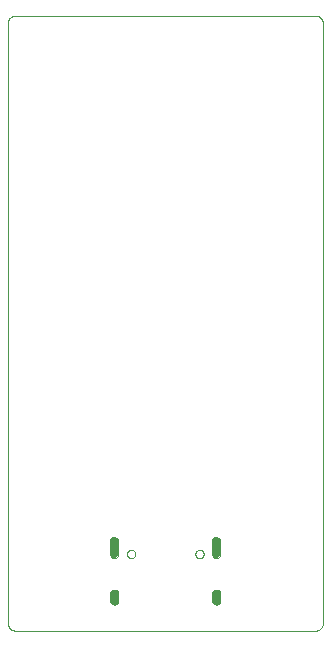
<source format=gko>
G75*
%MOIN*%
%OFA0B0*%
%FSLAX25Y25*%
%IPPOS*%
%LPD*%
%AMOC8*
5,1,8,0,0,1.08239X$1,22.5*
%
%ADD10C,0.00000*%
%ADD11C,0.02559*%
D10*
X0001800Y0005050D02*
X0001800Y0205050D01*
X0001802Y0205148D01*
X0001808Y0205246D01*
X0001817Y0205344D01*
X0001831Y0205441D01*
X0001848Y0205538D01*
X0001869Y0205634D01*
X0001894Y0205729D01*
X0001922Y0205823D01*
X0001955Y0205915D01*
X0001990Y0206007D01*
X0002030Y0206097D01*
X0002072Y0206185D01*
X0002119Y0206272D01*
X0002168Y0206356D01*
X0002221Y0206439D01*
X0002277Y0206519D01*
X0002337Y0206598D01*
X0002399Y0206674D01*
X0002464Y0206747D01*
X0002532Y0206818D01*
X0002603Y0206886D01*
X0002676Y0206951D01*
X0002752Y0207013D01*
X0002831Y0207073D01*
X0002911Y0207129D01*
X0002994Y0207182D01*
X0003078Y0207231D01*
X0003165Y0207278D01*
X0003253Y0207320D01*
X0003343Y0207360D01*
X0003435Y0207395D01*
X0003527Y0207428D01*
X0003621Y0207456D01*
X0003716Y0207481D01*
X0003812Y0207502D01*
X0003909Y0207519D01*
X0004006Y0207533D01*
X0004104Y0207542D01*
X0004202Y0207548D01*
X0004300Y0207550D01*
X0104300Y0207550D01*
X0104398Y0207548D01*
X0104496Y0207542D01*
X0104594Y0207533D01*
X0104691Y0207519D01*
X0104788Y0207502D01*
X0104884Y0207481D01*
X0104979Y0207456D01*
X0105073Y0207428D01*
X0105165Y0207395D01*
X0105257Y0207360D01*
X0105347Y0207320D01*
X0105435Y0207278D01*
X0105522Y0207231D01*
X0105606Y0207182D01*
X0105689Y0207129D01*
X0105769Y0207073D01*
X0105848Y0207013D01*
X0105924Y0206951D01*
X0105997Y0206886D01*
X0106068Y0206818D01*
X0106136Y0206747D01*
X0106201Y0206674D01*
X0106263Y0206598D01*
X0106323Y0206519D01*
X0106379Y0206439D01*
X0106432Y0206356D01*
X0106481Y0206272D01*
X0106528Y0206185D01*
X0106570Y0206097D01*
X0106610Y0206007D01*
X0106645Y0205915D01*
X0106678Y0205823D01*
X0106706Y0205729D01*
X0106731Y0205634D01*
X0106752Y0205538D01*
X0106769Y0205441D01*
X0106783Y0205344D01*
X0106792Y0205246D01*
X0106798Y0205148D01*
X0106800Y0205050D01*
X0106800Y0005050D01*
X0106798Y0004952D01*
X0106792Y0004854D01*
X0106783Y0004756D01*
X0106769Y0004659D01*
X0106752Y0004562D01*
X0106731Y0004466D01*
X0106706Y0004371D01*
X0106678Y0004277D01*
X0106645Y0004185D01*
X0106610Y0004093D01*
X0106570Y0004003D01*
X0106528Y0003915D01*
X0106481Y0003828D01*
X0106432Y0003744D01*
X0106379Y0003661D01*
X0106323Y0003581D01*
X0106263Y0003502D01*
X0106201Y0003426D01*
X0106136Y0003353D01*
X0106068Y0003282D01*
X0105997Y0003214D01*
X0105924Y0003149D01*
X0105848Y0003087D01*
X0105769Y0003027D01*
X0105689Y0002971D01*
X0105606Y0002918D01*
X0105522Y0002869D01*
X0105435Y0002822D01*
X0105347Y0002780D01*
X0105257Y0002740D01*
X0105165Y0002705D01*
X0105073Y0002672D01*
X0104979Y0002644D01*
X0104884Y0002619D01*
X0104788Y0002598D01*
X0104691Y0002581D01*
X0104594Y0002567D01*
X0104496Y0002558D01*
X0104398Y0002552D01*
X0104300Y0002550D01*
X0004300Y0002550D01*
X0004202Y0002552D01*
X0004104Y0002558D01*
X0004006Y0002567D01*
X0003909Y0002581D01*
X0003812Y0002598D01*
X0003716Y0002619D01*
X0003621Y0002644D01*
X0003527Y0002672D01*
X0003435Y0002705D01*
X0003343Y0002740D01*
X0003253Y0002780D01*
X0003165Y0002822D01*
X0003078Y0002869D01*
X0002994Y0002918D01*
X0002911Y0002971D01*
X0002831Y0003027D01*
X0002752Y0003087D01*
X0002676Y0003149D01*
X0002603Y0003214D01*
X0002532Y0003282D01*
X0002464Y0003353D01*
X0002399Y0003426D01*
X0002337Y0003502D01*
X0002277Y0003581D01*
X0002221Y0003661D01*
X0002168Y0003744D01*
X0002119Y0003828D01*
X0002072Y0003915D01*
X0002030Y0004003D01*
X0001990Y0004093D01*
X0001955Y0004185D01*
X0001922Y0004277D01*
X0001894Y0004371D01*
X0001869Y0004466D01*
X0001848Y0004562D01*
X0001831Y0004659D01*
X0001817Y0004756D01*
X0001808Y0004854D01*
X0001802Y0004952D01*
X0001800Y0005050D01*
X0036013Y0012530D02*
X0036013Y0014893D01*
X0036012Y0014893D02*
X0036014Y0014962D01*
X0036020Y0015031D01*
X0036029Y0015100D01*
X0036042Y0015168D01*
X0036059Y0015235D01*
X0036079Y0015302D01*
X0036103Y0015367D01*
X0036130Y0015430D01*
X0036161Y0015493D01*
X0036195Y0015553D01*
X0036233Y0015611D01*
X0036273Y0015668D01*
X0036316Y0015722D01*
X0036363Y0015773D01*
X0036412Y0015822D01*
X0036463Y0015869D01*
X0036517Y0015912D01*
X0036574Y0015952D01*
X0036632Y0015990D01*
X0036692Y0016024D01*
X0036755Y0016055D01*
X0036818Y0016082D01*
X0036883Y0016106D01*
X0036950Y0016126D01*
X0037017Y0016143D01*
X0037085Y0016156D01*
X0037154Y0016165D01*
X0037223Y0016171D01*
X0037292Y0016173D01*
X0037361Y0016171D01*
X0037430Y0016165D01*
X0037499Y0016156D01*
X0037567Y0016143D01*
X0037634Y0016126D01*
X0037701Y0016106D01*
X0037766Y0016082D01*
X0037829Y0016055D01*
X0037892Y0016024D01*
X0037952Y0015990D01*
X0038010Y0015952D01*
X0038067Y0015912D01*
X0038121Y0015869D01*
X0038172Y0015822D01*
X0038221Y0015773D01*
X0038268Y0015722D01*
X0038311Y0015668D01*
X0038351Y0015611D01*
X0038389Y0015553D01*
X0038423Y0015493D01*
X0038454Y0015430D01*
X0038481Y0015367D01*
X0038505Y0015302D01*
X0038525Y0015235D01*
X0038542Y0015168D01*
X0038555Y0015100D01*
X0038564Y0015031D01*
X0038570Y0014962D01*
X0038572Y0014893D01*
X0038572Y0012530D01*
X0038570Y0012461D01*
X0038564Y0012392D01*
X0038555Y0012323D01*
X0038542Y0012255D01*
X0038525Y0012188D01*
X0038505Y0012121D01*
X0038481Y0012056D01*
X0038454Y0011993D01*
X0038423Y0011930D01*
X0038389Y0011870D01*
X0038351Y0011812D01*
X0038311Y0011755D01*
X0038268Y0011701D01*
X0038221Y0011650D01*
X0038172Y0011601D01*
X0038121Y0011554D01*
X0038067Y0011511D01*
X0038010Y0011471D01*
X0037952Y0011433D01*
X0037892Y0011399D01*
X0037829Y0011368D01*
X0037766Y0011341D01*
X0037701Y0011317D01*
X0037634Y0011297D01*
X0037567Y0011280D01*
X0037499Y0011267D01*
X0037430Y0011258D01*
X0037361Y0011252D01*
X0037292Y0011250D01*
X0037223Y0011252D01*
X0037154Y0011258D01*
X0037085Y0011267D01*
X0037017Y0011280D01*
X0036950Y0011297D01*
X0036883Y0011317D01*
X0036818Y0011341D01*
X0036755Y0011368D01*
X0036692Y0011399D01*
X0036632Y0011433D01*
X0036574Y0011471D01*
X0036517Y0011511D01*
X0036463Y0011554D01*
X0036412Y0011601D01*
X0036363Y0011650D01*
X0036316Y0011701D01*
X0036273Y0011755D01*
X0036233Y0011812D01*
X0036195Y0011870D01*
X0036161Y0011930D01*
X0036130Y0011993D01*
X0036103Y0012056D01*
X0036079Y0012121D01*
X0036059Y0012188D01*
X0036042Y0012255D01*
X0036029Y0012323D01*
X0036020Y0012392D01*
X0036014Y0012461D01*
X0036012Y0012530D01*
X0036013Y0028003D02*
X0036013Y0032333D01*
X0036012Y0032333D02*
X0036014Y0032402D01*
X0036020Y0032471D01*
X0036029Y0032540D01*
X0036042Y0032608D01*
X0036059Y0032675D01*
X0036079Y0032742D01*
X0036103Y0032807D01*
X0036130Y0032870D01*
X0036161Y0032933D01*
X0036195Y0032993D01*
X0036233Y0033051D01*
X0036273Y0033108D01*
X0036316Y0033162D01*
X0036363Y0033213D01*
X0036412Y0033262D01*
X0036463Y0033309D01*
X0036517Y0033352D01*
X0036574Y0033392D01*
X0036632Y0033430D01*
X0036692Y0033464D01*
X0036755Y0033495D01*
X0036818Y0033522D01*
X0036883Y0033546D01*
X0036950Y0033566D01*
X0037017Y0033583D01*
X0037085Y0033596D01*
X0037154Y0033605D01*
X0037223Y0033611D01*
X0037292Y0033613D01*
X0037361Y0033611D01*
X0037430Y0033605D01*
X0037499Y0033596D01*
X0037567Y0033583D01*
X0037634Y0033566D01*
X0037701Y0033546D01*
X0037766Y0033522D01*
X0037829Y0033495D01*
X0037892Y0033464D01*
X0037952Y0033430D01*
X0038010Y0033392D01*
X0038067Y0033352D01*
X0038121Y0033309D01*
X0038172Y0033262D01*
X0038221Y0033213D01*
X0038268Y0033162D01*
X0038311Y0033108D01*
X0038351Y0033051D01*
X0038389Y0032993D01*
X0038423Y0032933D01*
X0038454Y0032870D01*
X0038481Y0032807D01*
X0038505Y0032742D01*
X0038525Y0032675D01*
X0038542Y0032608D01*
X0038555Y0032540D01*
X0038564Y0032471D01*
X0038570Y0032402D01*
X0038572Y0032333D01*
X0038572Y0028003D01*
X0038570Y0027934D01*
X0038564Y0027865D01*
X0038555Y0027796D01*
X0038542Y0027728D01*
X0038525Y0027661D01*
X0038505Y0027594D01*
X0038481Y0027529D01*
X0038454Y0027466D01*
X0038423Y0027403D01*
X0038389Y0027343D01*
X0038351Y0027285D01*
X0038311Y0027228D01*
X0038268Y0027174D01*
X0038221Y0027123D01*
X0038172Y0027074D01*
X0038121Y0027027D01*
X0038067Y0026984D01*
X0038010Y0026944D01*
X0037952Y0026906D01*
X0037892Y0026872D01*
X0037829Y0026841D01*
X0037766Y0026814D01*
X0037701Y0026790D01*
X0037634Y0026770D01*
X0037567Y0026753D01*
X0037499Y0026740D01*
X0037430Y0026731D01*
X0037361Y0026725D01*
X0037292Y0026723D01*
X0037223Y0026725D01*
X0037154Y0026731D01*
X0037085Y0026740D01*
X0037017Y0026753D01*
X0036950Y0026770D01*
X0036883Y0026790D01*
X0036818Y0026814D01*
X0036755Y0026841D01*
X0036692Y0026872D01*
X0036632Y0026906D01*
X0036574Y0026944D01*
X0036517Y0026984D01*
X0036463Y0027027D01*
X0036412Y0027074D01*
X0036363Y0027123D01*
X0036316Y0027174D01*
X0036273Y0027228D01*
X0036233Y0027285D01*
X0036195Y0027343D01*
X0036161Y0027403D01*
X0036130Y0027466D01*
X0036103Y0027529D01*
X0036079Y0027594D01*
X0036059Y0027661D01*
X0036042Y0027728D01*
X0036029Y0027796D01*
X0036020Y0027865D01*
X0036014Y0027934D01*
X0036012Y0028003D01*
X0041544Y0028081D02*
X0041546Y0028155D01*
X0041552Y0028229D01*
X0041562Y0028302D01*
X0041576Y0028375D01*
X0041593Y0028447D01*
X0041615Y0028517D01*
X0041640Y0028587D01*
X0041669Y0028655D01*
X0041702Y0028721D01*
X0041738Y0028786D01*
X0041778Y0028848D01*
X0041820Y0028909D01*
X0041866Y0028967D01*
X0041915Y0029022D01*
X0041967Y0029075D01*
X0042022Y0029125D01*
X0042079Y0029171D01*
X0042139Y0029215D01*
X0042201Y0029255D01*
X0042265Y0029292D01*
X0042331Y0029326D01*
X0042399Y0029356D01*
X0042468Y0029382D01*
X0042539Y0029405D01*
X0042610Y0029423D01*
X0042683Y0029438D01*
X0042756Y0029449D01*
X0042830Y0029456D01*
X0042904Y0029459D01*
X0042977Y0029458D01*
X0043051Y0029453D01*
X0043125Y0029444D01*
X0043198Y0029431D01*
X0043270Y0029414D01*
X0043341Y0029394D01*
X0043411Y0029369D01*
X0043479Y0029341D01*
X0043546Y0029310D01*
X0043611Y0029274D01*
X0043674Y0029236D01*
X0043735Y0029194D01*
X0043794Y0029148D01*
X0043850Y0029100D01*
X0043903Y0029049D01*
X0043953Y0028995D01*
X0044001Y0028938D01*
X0044045Y0028879D01*
X0044087Y0028817D01*
X0044125Y0028754D01*
X0044159Y0028688D01*
X0044190Y0028621D01*
X0044217Y0028552D01*
X0044240Y0028482D01*
X0044260Y0028411D01*
X0044276Y0028338D01*
X0044288Y0028265D01*
X0044296Y0028192D01*
X0044300Y0028118D01*
X0044300Y0028044D01*
X0044296Y0027970D01*
X0044288Y0027897D01*
X0044276Y0027824D01*
X0044260Y0027751D01*
X0044240Y0027680D01*
X0044217Y0027610D01*
X0044190Y0027541D01*
X0044159Y0027474D01*
X0044125Y0027408D01*
X0044087Y0027345D01*
X0044045Y0027283D01*
X0044001Y0027224D01*
X0043953Y0027167D01*
X0043903Y0027113D01*
X0043850Y0027062D01*
X0043794Y0027014D01*
X0043735Y0026968D01*
X0043674Y0026926D01*
X0043611Y0026888D01*
X0043546Y0026852D01*
X0043479Y0026821D01*
X0043411Y0026793D01*
X0043341Y0026768D01*
X0043270Y0026748D01*
X0043198Y0026731D01*
X0043125Y0026718D01*
X0043051Y0026709D01*
X0042977Y0026704D01*
X0042904Y0026703D01*
X0042830Y0026706D01*
X0042756Y0026713D01*
X0042683Y0026724D01*
X0042610Y0026739D01*
X0042539Y0026757D01*
X0042468Y0026780D01*
X0042399Y0026806D01*
X0042331Y0026836D01*
X0042265Y0026870D01*
X0042201Y0026907D01*
X0042139Y0026947D01*
X0042079Y0026991D01*
X0042022Y0027037D01*
X0041967Y0027087D01*
X0041915Y0027140D01*
X0041866Y0027195D01*
X0041820Y0027253D01*
X0041778Y0027314D01*
X0041738Y0027376D01*
X0041702Y0027441D01*
X0041669Y0027507D01*
X0041640Y0027575D01*
X0041615Y0027645D01*
X0041593Y0027715D01*
X0041576Y0027787D01*
X0041562Y0027860D01*
X0041552Y0027933D01*
X0041546Y0028007D01*
X0041544Y0028081D01*
X0064300Y0028081D02*
X0064302Y0028155D01*
X0064308Y0028229D01*
X0064318Y0028302D01*
X0064332Y0028375D01*
X0064349Y0028447D01*
X0064371Y0028517D01*
X0064396Y0028587D01*
X0064425Y0028655D01*
X0064458Y0028721D01*
X0064494Y0028786D01*
X0064534Y0028848D01*
X0064576Y0028909D01*
X0064622Y0028967D01*
X0064671Y0029022D01*
X0064723Y0029075D01*
X0064778Y0029125D01*
X0064835Y0029171D01*
X0064895Y0029215D01*
X0064957Y0029255D01*
X0065021Y0029292D01*
X0065087Y0029326D01*
X0065155Y0029356D01*
X0065224Y0029382D01*
X0065295Y0029405D01*
X0065366Y0029423D01*
X0065439Y0029438D01*
X0065512Y0029449D01*
X0065586Y0029456D01*
X0065660Y0029459D01*
X0065733Y0029458D01*
X0065807Y0029453D01*
X0065881Y0029444D01*
X0065954Y0029431D01*
X0066026Y0029414D01*
X0066097Y0029394D01*
X0066167Y0029369D01*
X0066235Y0029341D01*
X0066302Y0029310D01*
X0066367Y0029274D01*
X0066430Y0029236D01*
X0066491Y0029194D01*
X0066550Y0029148D01*
X0066606Y0029100D01*
X0066659Y0029049D01*
X0066709Y0028995D01*
X0066757Y0028938D01*
X0066801Y0028879D01*
X0066843Y0028817D01*
X0066881Y0028754D01*
X0066915Y0028688D01*
X0066946Y0028621D01*
X0066973Y0028552D01*
X0066996Y0028482D01*
X0067016Y0028411D01*
X0067032Y0028338D01*
X0067044Y0028265D01*
X0067052Y0028192D01*
X0067056Y0028118D01*
X0067056Y0028044D01*
X0067052Y0027970D01*
X0067044Y0027897D01*
X0067032Y0027824D01*
X0067016Y0027751D01*
X0066996Y0027680D01*
X0066973Y0027610D01*
X0066946Y0027541D01*
X0066915Y0027474D01*
X0066881Y0027408D01*
X0066843Y0027345D01*
X0066801Y0027283D01*
X0066757Y0027224D01*
X0066709Y0027167D01*
X0066659Y0027113D01*
X0066606Y0027062D01*
X0066550Y0027014D01*
X0066491Y0026968D01*
X0066430Y0026926D01*
X0066367Y0026888D01*
X0066302Y0026852D01*
X0066235Y0026821D01*
X0066167Y0026793D01*
X0066097Y0026768D01*
X0066026Y0026748D01*
X0065954Y0026731D01*
X0065881Y0026718D01*
X0065807Y0026709D01*
X0065733Y0026704D01*
X0065660Y0026703D01*
X0065586Y0026706D01*
X0065512Y0026713D01*
X0065439Y0026724D01*
X0065366Y0026739D01*
X0065295Y0026757D01*
X0065224Y0026780D01*
X0065155Y0026806D01*
X0065087Y0026836D01*
X0065021Y0026870D01*
X0064957Y0026907D01*
X0064895Y0026947D01*
X0064835Y0026991D01*
X0064778Y0027037D01*
X0064723Y0027087D01*
X0064671Y0027140D01*
X0064622Y0027195D01*
X0064576Y0027253D01*
X0064534Y0027314D01*
X0064494Y0027376D01*
X0064458Y0027441D01*
X0064425Y0027507D01*
X0064396Y0027575D01*
X0064371Y0027645D01*
X0064349Y0027715D01*
X0064332Y0027787D01*
X0064318Y0027860D01*
X0064308Y0027933D01*
X0064302Y0028007D01*
X0064300Y0028081D01*
X0070028Y0028003D02*
X0070028Y0032333D01*
X0070030Y0032402D01*
X0070036Y0032471D01*
X0070045Y0032540D01*
X0070058Y0032608D01*
X0070075Y0032675D01*
X0070095Y0032742D01*
X0070119Y0032807D01*
X0070146Y0032870D01*
X0070177Y0032933D01*
X0070211Y0032993D01*
X0070249Y0033051D01*
X0070289Y0033108D01*
X0070332Y0033162D01*
X0070379Y0033213D01*
X0070428Y0033262D01*
X0070479Y0033309D01*
X0070533Y0033352D01*
X0070590Y0033392D01*
X0070648Y0033430D01*
X0070708Y0033464D01*
X0070771Y0033495D01*
X0070834Y0033522D01*
X0070899Y0033546D01*
X0070966Y0033566D01*
X0071033Y0033583D01*
X0071101Y0033596D01*
X0071170Y0033605D01*
X0071239Y0033611D01*
X0071308Y0033613D01*
X0071377Y0033611D01*
X0071446Y0033605D01*
X0071515Y0033596D01*
X0071583Y0033583D01*
X0071650Y0033566D01*
X0071717Y0033546D01*
X0071782Y0033522D01*
X0071845Y0033495D01*
X0071908Y0033464D01*
X0071968Y0033430D01*
X0072026Y0033392D01*
X0072083Y0033352D01*
X0072137Y0033309D01*
X0072188Y0033262D01*
X0072237Y0033213D01*
X0072284Y0033162D01*
X0072327Y0033108D01*
X0072367Y0033051D01*
X0072405Y0032993D01*
X0072439Y0032933D01*
X0072470Y0032870D01*
X0072497Y0032807D01*
X0072521Y0032742D01*
X0072541Y0032675D01*
X0072558Y0032608D01*
X0072571Y0032540D01*
X0072580Y0032471D01*
X0072586Y0032402D01*
X0072588Y0032333D01*
X0072587Y0032333D02*
X0072587Y0028003D01*
X0072588Y0028003D02*
X0072586Y0027934D01*
X0072580Y0027865D01*
X0072571Y0027796D01*
X0072558Y0027728D01*
X0072541Y0027661D01*
X0072521Y0027594D01*
X0072497Y0027529D01*
X0072470Y0027466D01*
X0072439Y0027403D01*
X0072405Y0027343D01*
X0072367Y0027285D01*
X0072327Y0027228D01*
X0072284Y0027174D01*
X0072237Y0027123D01*
X0072188Y0027074D01*
X0072137Y0027027D01*
X0072083Y0026984D01*
X0072026Y0026944D01*
X0071968Y0026906D01*
X0071908Y0026872D01*
X0071845Y0026841D01*
X0071782Y0026814D01*
X0071717Y0026790D01*
X0071650Y0026770D01*
X0071583Y0026753D01*
X0071515Y0026740D01*
X0071446Y0026731D01*
X0071377Y0026725D01*
X0071308Y0026723D01*
X0071239Y0026725D01*
X0071170Y0026731D01*
X0071101Y0026740D01*
X0071033Y0026753D01*
X0070966Y0026770D01*
X0070899Y0026790D01*
X0070834Y0026814D01*
X0070771Y0026841D01*
X0070708Y0026872D01*
X0070648Y0026906D01*
X0070590Y0026944D01*
X0070533Y0026984D01*
X0070479Y0027027D01*
X0070428Y0027074D01*
X0070379Y0027123D01*
X0070332Y0027174D01*
X0070289Y0027228D01*
X0070249Y0027285D01*
X0070211Y0027343D01*
X0070177Y0027403D01*
X0070146Y0027466D01*
X0070119Y0027529D01*
X0070095Y0027594D01*
X0070075Y0027661D01*
X0070058Y0027728D01*
X0070045Y0027796D01*
X0070036Y0027865D01*
X0070030Y0027934D01*
X0070028Y0028003D01*
X0070028Y0014893D02*
X0070028Y0012530D01*
X0071308Y0011250D02*
X0071377Y0011252D01*
X0071446Y0011258D01*
X0071515Y0011267D01*
X0071583Y0011280D01*
X0071650Y0011297D01*
X0071717Y0011317D01*
X0071782Y0011341D01*
X0071845Y0011368D01*
X0071908Y0011399D01*
X0071968Y0011433D01*
X0072026Y0011471D01*
X0072083Y0011511D01*
X0072137Y0011554D01*
X0072188Y0011601D01*
X0072237Y0011650D01*
X0072284Y0011701D01*
X0072327Y0011755D01*
X0072367Y0011812D01*
X0072405Y0011870D01*
X0072439Y0011930D01*
X0072470Y0011993D01*
X0072497Y0012056D01*
X0072521Y0012121D01*
X0072541Y0012188D01*
X0072558Y0012255D01*
X0072571Y0012323D01*
X0072580Y0012392D01*
X0072586Y0012461D01*
X0072588Y0012530D01*
X0072587Y0012530D02*
X0072587Y0014893D01*
X0071308Y0016173D02*
X0071239Y0016171D01*
X0071170Y0016165D01*
X0071101Y0016156D01*
X0071033Y0016143D01*
X0070966Y0016126D01*
X0070899Y0016106D01*
X0070834Y0016082D01*
X0070771Y0016055D01*
X0070708Y0016024D01*
X0070648Y0015990D01*
X0070590Y0015952D01*
X0070533Y0015912D01*
X0070479Y0015869D01*
X0070428Y0015822D01*
X0070379Y0015773D01*
X0070332Y0015722D01*
X0070289Y0015668D01*
X0070249Y0015611D01*
X0070211Y0015553D01*
X0070177Y0015493D01*
X0070146Y0015430D01*
X0070119Y0015367D01*
X0070095Y0015302D01*
X0070075Y0015235D01*
X0070058Y0015168D01*
X0070045Y0015100D01*
X0070036Y0015031D01*
X0070030Y0014962D01*
X0070028Y0014893D01*
X0071308Y0016173D02*
X0071377Y0016171D01*
X0071446Y0016165D01*
X0071515Y0016156D01*
X0071583Y0016143D01*
X0071650Y0016126D01*
X0071717Y0016106D01*
X0071782Y0016082D01*
X0071845Y0016055D01*
X0071908Y0016024D01*
X0071968Y0015990D01*
X0072026Y0015952D01*
X0072083Y0015912D01*
X0072137Y0015869D01*
X0072188Y0015822D01*
X0072237Y0015773D01*
X0072284Y0015722D01*
X0072327Y0015668D01*
X0072367Y0015611D01*
X0072405Y0015553D01*
X0072439Y0015493D01*
X0072470Y0015430D01*
X0072497Y0015367D01*
X0072521Y0015302D01*
X0072541Y0015235D01*
X0072558Y0015168D01*
X0072571Y0015100D01*
X0072580Y0015031D01*
X0072586Y0014962D01*
X0072588Y0014893D01*
X0070028Y0012530D02*
X0070030Y0012461D01*
X0070036Y0012392D01*
X0070045Y0012323D01*
X0070058Y0012255D01*
X0070075Y0012188D01*
X0070095Y0012121D01*
X0070119Y0012056D01*
X0070146Y0011993D01*
X0070177Y0011930D01*
X0070211Y0011870D01*
X0070249Y0011812D01*
X0070289Y0011755D01*
X0070332Y0011701D01*
X0070379Y0011650D01*
X0070428Y0011601D01*
X0070479Y0011554D01*
X0070533Y0011511D01*
X0070590Y0011471D01*
X0070648Y0011433D01*
X0070708Y0011399D01*
X0070771Y0011368D01*
X0070834Y0011341D01*
X0070899Y0011317D01*
X0070966Y0011297D01*
X0071033Y0011280D01*
X0071101Y0011267D01*
X0071170Y0011258D01*
X0071239Y0011252D01*
X0071308Y0011250D01*
D11*
X0071308Y0012530D02*
X0071308Y0014893D01*
X0071308Y0028003D02*
X0071308Y0032333D01*
X0037292Y0032333D02*
X0037292Y0028003D01*
X0037292Y0014893D02*
X0037292Y0012530D01*
M02*

</source>
